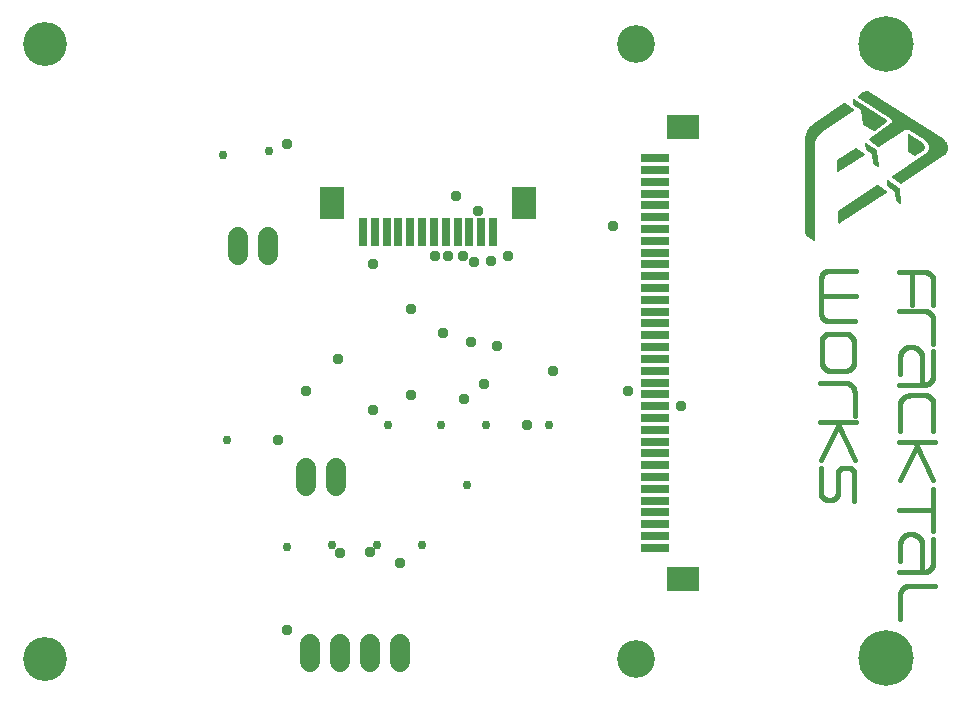
<source format=gbr>
G04 EAGLE Gerber RS-274X export*
G75*
%MOMM*%
%FSLAX34Y34*%
%LPD*%
%INSoldermask Top*%
%IPPOS*%
%AMOC8*
5,1,8,0,0,1.08239X$1,22.5*%
G01*
%ADD10C,4.703294*%
%ADD11C,3.203194*%
%ADD12C,3.712694*%
%ADD13R,2.403200X0.803200*%
%ADD14R,2.803200X2.003200*%
%ADD15C,1.727200*%
%ADD16C,0.762000*%
%ADD17C,0.406400*%
%ADD18R,0.803200X2.403200*%
%ADD19R,2.003200X2.803200*%
%ADD20C,0.959600*%

G36*
X891295Y537093D02*
X891295Y537093D01*
X891361Y537091D01*
X891384Y537100D01*
X891402Y537102D01*
X891435Y537122D01*
X891495Y537147D01*
X927309Y560769D01*
X927316Y560775D01*
X927326Y560780D01*
X928644Y561753D01*
X928665Y561777D01*
X928702Y561805D01*
X929796Y563024D01*
X929811Y563052D01*
X929842Y563086D01*
X930667Y564502D01*
X930676Y564533D01*
X930699Y564572D01*
X931220Y566125D01*
X931224Y566157D01*
X931238Y566201D01*
X931434Y567827D01*
X931431Y567859D01*
X931436Y567905D01*
X931299Y569538D01*
X931289Y569568D01*
X931285Y569614D01*
X930821Y571185D01*
X930805Y571213D01*
X930792Y571256D01*
X930020Y572702D01*
X929998Y572726D01*
X929976Y572766D01*
X928928Y574025D01*
X928902Y574044D01*
X928873Y574079D01*
X927591Y575099D01*
X927576Y575107D01*
X927560Y575122D01*
X866096Y614743D01*
X865121Y615410D01*
X865089Y615422D01*
X865046Y615450D01*
X863941Y615885D01*
X863907Y615890D01*
X863859Y615907D01*
X862686Y616085D01*
X862651Y616082D01*
X862600Y616088D01*
X861417Y616001D01*
X861384Y615990D01*
X861333Y615985D01*
X860199Y615636D01*
X860169Y615619D01*
X860121Y615602D01*
X859092Y615009D01*
X859078Y614997D01*
X859056Y614986D01*
X854230Y611430D01*
X854208Y611404D01*
X854180Y611385D01*
X854153Y611339D01*
X854118Y611298D01*
X854110Y611265D01*
X854092Y611235D01*
X854089Y611182D01*
X854076Y611130D01*
X854083Y611097D01*
X854081Y611062D01*
X854101Y611013D01*
X854113Y610961D01*
X854134Y610934D01*
X854147Y610902D01*
X854196Y610856D01*
X854221Y610825D01*
X854236Y610818D01*
X854252Y610803D01*
X882680Y592782D01*
X883145Y592395D01*
X883486Y591923D01*
X883700Y591382D01*
X883772Y590804D01*
X883700Y590226D01*
X883486Y589685D01*
X883145Y589213D01*
X882669Y588817D01*
X864136Y575108D01*
X864120Y575089D01*
X864100Y575077D01*
X864065Y575024D01*
X864024Y574976D01*
X864018Y574952D01*
X864005Y574932D01*
X863997Y574869D01*
X863982Y574808D01*
X863987Y574784D01*
X863984Y574760D01*
X864005Y574700D01*
X864019Y574638D01*
X864034Y574619D01*
X864042Y574597D01*
X864105Y574531D01*
X864127Y574503D01*
X864135Y574499D01*
X864142Y574492D01*
X872016Y568904D01*
X872075Y568880D01*
X872130Y568849D01*
X872154Y568848D01*
X872176Y568838D01*
X872240Y568843D01*
X872303Y568840D01*
X872328Y568849D01*
X872349Y568851D01*
X872382Y568870D01*
X872439Y568892D01*
X895039Y583113D01*
X895599Y583438D01*
X896182Y583620D01*
X896792Y583666D01*
X897396Y583576D01*
X897978Y583349D01*
X905247Y579106D01*
X912127Y574252D01*
X913143Y573301D01*
X913954Y572182D01*
X914538Y570930D01*
X914874Y569589D01*
X914949Y568209D01*
X914762Y566840D01*
X914318Y565532D01*
X913634Y564331D01*
X912734Y563282D01*
X911637Y562411D01*
X882697Y543625D01*
X882671Y543598D01*
X882639Y543579D01*
X882612Y543536D01*
X882577Y543500D01*
X882566Y543464D01*
X882546Y543433D01*
X882540Y543383D01*
X882525Y543335D01*
X882531Y543298D01*
X882526Y543261D01*
X882544Y543213D01*
X882551Y543164D01*
X882573Y543133D01*
X882586Y543098D01*
X882629Y543053D01*
X882651Y543022D01*
X882669Y543012D01*
X882687Y542994D01*
X891069Y537152D01*
X891130Y537128D01*
X891188Y537097D01*
X891210Y537096D01*
X891230Y537088D01*
X891295Y537093D01*
G37*
G36*
X818416Y488835D02*
X818416Y488835D01*
X818489Y488837D01*
X818502Y488844D01*
X818516Y488846D01*
X818577Y488885D01*
X818641Y488920D01*
X818649Y488932D01*
X818662Y488940D01*
X818699Y489002D01*
X818741Y489062D01*
X818744Y489077D01*
X818750Y489089D01*
X818753Y489127D01*
X818768Y489204D01*
X818768Y570971D01*
X818995Y572971D01*
X819535Y574903D01*
X820373Y576724D01*
X821490Y578389D01*
X822857Y579856D01*
X824452Y581097D01*
X852633Y599630D01*
X852660Y599658D01*
X852693Y599679D01*
X852718Y599720D01*
X852752Y599756D01*
X852764Y599793D01*
X852784Y599826D01*
X852789Y599875D01*
X852803Y599922D01*
X852797Y599960D01*
X852801Y599998D01*
X852784Y600044D01*
X852776Y600093D01*
X852753Y600124D01*
X852739Y600160D01*
X852697Y600203D01*
X852675Y600234D01*
X852656Y600244D01*
X852637Y600263D01*
X844001Y606105D01*
X843942Y606127D01*
X843887Y606157D01*
X843862Y606158D01*
X843839Y606167D01*
X843777Y606161D01*
X843713Y606163D01*
X843688Y606152D01*
X843667Y606150D01*
X843635Y606131D01*
X843579Y606108D01*
X819195Y590106D01*
X819190Y590100D01*
X819180Y590096D01*
X816904Y588441D01*
X816889Y588423D01*
X816862Y588405D01*
X814850Y586439D01*
X814837Y586418D01*
X814817Y586400D01*
X814815Y586398D01*
X814813Y586397D01*
X814525Y586018D01*
X814524Y586018D01*
X814235Y585638D01*
X813945Y585258D01*
X813945Y585257D01*
X813655Y584877D01*
X813365Y584497D01*
X813108Y584159D01*
X813098Y584137D01*
X813078Y584113D01*
X811714Y581651D01*
X811708Y581628D01*
X811691Y581601D01*
X810699Y578968D01*
X810696Y578944D01*
X810683Y578915D01*
X810083Y576166D01*
X810084Y576142D01*
X810076Y576111D01*
X809881Y573304D01*
X809883Y573292D01*
X809880Y573277D01*
X810134Y498347D01*
X810134Y498346D01*
X810134Y498345D01*
X810144Y496986D01*
X810152Y496952D01*
X810154Y496903D01*
X810459Y495578D01*
X810462Y495573D01*
X810462Y495568D01*
X810476Y495543D01*
X810487Y495499D01*
X811073Y494273D01*
X811095Y494246D01*
X811117Y494202D01*
X811957Y493133D01*
X811983Y493111D01*
X812015Y493073D01*
X813067Y492212D01*
X813084Y492204D01*
X813101Y492187D01*
X818181Y488885D01*
X818249Y488861D01*
X818316Y488831D01*
X818330Y488831D01*
X818344Y488826D01*
X818416Y488835D01*
G37*
G36*
X839432Y503931D02*
X839432Y503931D01*
X839463Y503940D01*
X839559Y503961D01*
X839873Y504094D01*
X839895Y504111D01*
X839931Y504125D01*
X880317Y530287D01*
X880348Y530320D01*
X880386Y530344D01*
X880407Y530381D01*
X880437Y530412D01*
X880451Y530455D01*
X880473Y530494D01*
X880476Y530536D01*
X880489Y530577D01*
X880482Y530622D01*
X880485Y530667D01*
X880469Y530706D01*
X880463Y530748D01*
X880437Y530785D01*
X880419Y530827D01*
X880383Y530862D01*
X880363Y530890D01*
X880340Y530902D01*
X880314Y530927D01*
X871932Y536261D01*
X871877Y536280D01*
X871826Y536307D01*
X871796Y536308D01*
X871769Y536318D01*
X871711Y536311D01*
X871653Y536313D01*
X871622Y536300D01*
X871597Y536297D01*
X871567Y536278D01*
X871519Y536258D01*
X837991Y514160D01*
X837972Y514139D01*
X837947Y514126D01*
X837913Y514077D01*
X837872Y514034D01*
X837863Y514007D01*
X837847Y513984D01*
X837832Y513905D01*
X837821Y513868D01*
X837823Y513856D01*
X837820Y513842D01*
X837820Y505206D01*
X837828Y505171D01*
X837831Y505115D01*
X837912Y504784D01*
X837927Y504756D01*
X837965Y504664D01*
X838154Y504381D01*
X838178Y504359D01*
X838244Y504286D01*
X838518Y504084D01*
X838548Y504071D01*
X838635Y504025D01*
X838962Y503928D01*
X838994Y503926D01*
X839092Y503912D01*
X839432Y503931D01*
G37*
G36*
X868731Y582051D02*
X868731Y582051D01*
X868788Y582051D01*
X868841Y582070D01*
X868897Y582080D01*
X868956Y582112D01*
X868999Y582128D01*
X869023Y582149D01*
X869062Y582169D01*
X879857Y590297D01*
X879902Y590346D01*
X879954Y590388D01*
X879978Y590428D01*
X880009Y590462D01*
X880035Y590523D01*
X880069Y590581D01*
X880077Y590626D01*
X880095Y590669D01*
X880097Y590736D01*
X880109Y590802D01*
X880101Y590847D01*
X880103Y590893D01*
X880082Y590957D01*
X880070Y591023D01*
X880047Y591063D01*
X880033Y591106D01*
X879991Y591159D01*
X879957Y591216D01*
X879917Y591251D01*
X879892Y591282D01*
X879858Y591302D01*
X879816Y591339D01*
X851876Y609119D01*
X851857Y609127D01*
X851841Y609139D01*
X851754Y609169D01*
X851668Y609204D01*
X851648Y609205D01*
X851629Y609211D01*
X851536Y609209D01*
X851444Y609212D01*
X851425Y609205D01*
X851404Y609205D01*
X851319Y609170D01*
X851231Y609141D01*
X851215Y609128D01*
X851197Y609120D01*
X851128Y609058D01*
X851056Y609000D01*
X851046Y608983D01*
X851031Y608969D01*
X850989Y608887D01*
X850941Y608807D01*
X850938Y608787D01*
X850928Y608769D01*
X850903Y608597D01*
X850901Y608586D01*
X850901Y608585D01*
X850901Y608584D01*
X850901Y604901D01*
X850901Y604899D01*
X850901Y604897D01*
X850921Y604788D01*
X850940Y604680D01*
X850941Y604678D01*
X850942Y604677D01*
X850998Y604583D01*
X851055Y604487D01*
X851056Y604486D01*
X851057Y604484D01*
X851200Y604363D01*
X857673Y600332D01*
X859160Y587934D01*
X859184Y587856D01*
X859201Y587776D01*
X859217Y587750D01*
X859226Y587720D01*
X859276Y587655D01*
X859319Y587585D01*
X859346Y587563D01*
X859362Y587542D01*
X859403Y587516D01*
X859464Y587466D01*
X868354Y582132D01*
X868407Y582112D01*
X868455Y582083D01*
X868511Y582073D01*
X868563Y582053D01*
X868620Y582052D01*
X868676Y582042D01*
X868731Y582051D01*
G37*
G36*
X837776Y547765D02*
X837776Y547765D01*
X837793Y547765D01*
X837827Y547784D01*
X837892Y547809D01*
X861260Y562287D01*
X861294Y562321D01*
X861334Y562347D01*
X861355Y562381D01*
X861383Y562409D01*
X861398Y562455D01*
X861423Y562496D01*
X861426Y562536D01*
X861438Y562573D01*
X861432Y562621D01*
X861436Y562669D01*
X861421Y562706D01*
X861415Y562745D01*
X861389Y562785D01*
X861371Y562829D01*
X861337Y562862D01*
X861319Y562889D01*
X861294Y562903D01*
X861266Y562930D01*
X853392Y568010D01*
X853337Y568029D01*
X853285Y568057D01*
X853256Y568058D01*
X853229Y568068D01*
X853170Y568061D01*
X853112Y568063D01*
X853081Y568051D01*
X853057Y568048D01*
X853027Y568028D01*
X852978Y568008D01*
X837484Y557848D01*
X837464Y557827D01*
X837439Y557814D01*
X837405Y557765D01*
X837364Y557722D01*
X837356Y557695D01*
X837339Y557672D01*
X837324Y557594D01*
X837313Y557557D01*
X837315Y557545D01*
X837312Y557530D01*
X837312Y548132D01*
X837327Y548065D01*
X837337Y547997D01*
X837347Y547982D01*
X837351Y547963D01*
X837395Y547910D01*
X837433Y547853D01*
X837450Y547844D01*
X837461Y547830D01*
X837524Y547802D01*
X837584Y547767D01*
X837602Y547766D01*
X837620Y547759D01*
X837688Y547761D01*
X837757Y547757D01*
X837776Y547765D01*
G37*
G36*
X903388Y560842D02*
X903388Y560842D01*
X903454Y560841D01*
X903498Y560857D01*
X903544Y560863D01*
X903619Y560900D01*
X903666Y560916D01*
X903684Y560932D01*
X903713Y560946D01*
X909936Y565264D01*
X909959Y565287D01*
X909996Y565311D01*
X910593Y565842D01*
X910623Y565882D01*
X910694Y565957D01*
X911147Y566615D01*
X911167Y566661D01*
X911217Y566750D01*
X911500Y567498D01*
X911509Y567547D01*
X911536Y567646D01*
X911632Y568439D01*
X911630Y568489D01*
X911632Y568592D01*
X911536Y569385D01*
X911522Y569433D01*
X911500Y569533D01*
X911217Y570281D01*
X911192Y570324D01*
X911147Y570416D01*
X910694Y571074D01*
X910658Y571110D01*
X910593Y571189D01*
X909996Y571720D01*
X909970Y571736D01*
X909940Y571764D01*
X898637Y579765D01*
X898608Y579779D01*
X898582Y579800D01*
X898507Y579826D01*
X898434Y579860D01*
X898401Y579863D01*
X898370Y579873D01*
X898290Y579872D01*
X898211Y579878D01*
X898179Y579869D01*
X898146Y579869D01*
X898072Y579839D01*
X897995Y579818D01*
X897968Y579798D01*
X897937Y579786D01*
X897878Y579733D01*
X897813Y579686D01*
X897795Y579658D01*
X897770Y579636D01*
X897733Y579566D01*
X897689Y579499D01*
X897681Y579467D01*
X897666Y579438D01*
X897651Y579341D01*
X897644Y579320D01*
X897644Y579307D01*
X897638Y579281D01*
X897639Y579268D01*
X897637Y579253D01*
X897510Y564648D01*
X897511Y564640D01*
X897510Y564632D01*
X897529Y564536D01*
X897529Y564508D01*
X897537Y564490D01*
X897548Y564426D01*
X897551Y564420D01*
X897553Y564412D01*
X897598Y564338D01*
X897614Y564300D01*
X897633Y564279D01*
X897660Y564232D01*
X897666Y564227D01*
X897670Y564221D01*
X897738Y564164D01*
X897765Y564134D01*
X897787Y564123D01*
X897814Y564100D01*
X903021Y560925D01*
X903064Y560909D01*
X903103Y560883D01*
X903168Y560868D01*
X903230Y560844D01*
X903277Y560844D01*
X903322Y560833D01*
X903388Y560842D01*
G37*
G36*
X891045Y520199D02*
X891045Y520199D01*
X891090Y520195D01*
X891155Y520214D01*
X891223Y520222D01*
X891263Y520243D01*
X891306Y520255D01*
X891361Y520295D01*
X891422Y520327D01*
X891452Y520360D01*
X891488Y520386D01*
X891526Y520443D01*
X891572Y520494D01*
X891588Y520535D01*
X891613Y520572D01*
X891629Y520639D01*
X891654Y520702D01*
X891656Y520754D01*
X891665Y520791D01*
X891660Y520831D01*
X891663Y520890D01*
X890393Y533717D01*
X890376Y533778D01*
X890368Y533842D01*
X890345Y533885D01*
X890332Y533932D01*
X890294Y533984D01*
X890264Y534041D01*
X890223Y534081D01*
X890199Y534113D01*
X890168Y534134D01*
X890129Y534171D01*
X880477Y541029D01*
X880437Y541048D01*
X880401Y541075D01*
X880336Y541096D01*
X880274Y541125D01*
X880230Y541128D01*
X880187Y541142D01*
X880119Y541138D01*
X880051Y541143D01*
X880008Y541131D01*
X879963Y541129D01*
X879900Y541102D01*
X879835Y541083D01*
X879798Y541057D01*
X879757Y541039D01*
X879708Y540992D01*
X879653Y540952D01*
X879628Y540914D01*
X879596Y540883D01*
X879566Y540822D01*
X879528Y540765D01*
X879518Y540721D01*
X879499Y540681D01*
X879489Y540598D01*
X879483Y540582D01*
X879484Y540576D01*
X879477Y540547D01*
X879480Y540524D01*
X879476Y540495D01*
X879603Y535796D01*
X879618Y535722D01*
X879625Y535646D01*
X879641Y535613D01*
X879649Y535576D01*
X879689Y535512D01*
X879721Y535444D01*
X879751Y535413D01*
X879768Y535386D01*
X879804Y535358D01*
X879852Y535309D01*
X886111Y530523D01*
X886845Y523303D01*
X886859Y523254D01*
X886860Y523233D01*
X886865Y523220D01*
X886870Y523181D01*
X886893Y523136D01*
X886907Y523087D01*
X886934Y523051D01*
X886944Y523026D01*
X886957Y523011D01*
X886973Y522981D01*
X887015Y522940D01*
X887040Y522907D01*
X887071Y522886D01*
X887074Y522883D01*
X887095Y522860D01*
X887101Y522857D01*
X887107Y522851D01*
X890663Y520311D01*
X890725Y520282D01*
X890782Y520244D01*
X890826Y520234D01*
X890866Y520215D01*
X890934Y520209D01*
X891001Y520194D01*
X891045Y520199D01*
G37*
G36*
X872270Y551696D02*
X872270Y551696D01*
X872314Y551694D01*
X872380Y551714D01*
X872447Y551725D01*
X872486Y551747D01*
X872528Y551760D01*
X872583Y551802D01*
X872642Y551836D01*
X872671Y551870D01*
X872706Y551897D01*
X872742Y551955D01*
X872787Y552008D01*
X872801Y552050D01*
X872825Y552087D01*
X872839Y552155D01*
X872862Y552219D01*
X872863Y552270D01*
X872870Y552307D01*
X872864Y552348D01*
X872865Y552407D01*
X871087Y565742D01*
X871081Y565759D01*
X871081Y565773D01*
X871067Y565808D01*
X871058Y565864D01*
X871033Y565908D01*
X871018Y565955D01*
X870979Y566005D01*
X870949Y566060D01*
X870905Y566099D01*
X870880Y566132D01*
X870848Y566151D01*
X870810Y566186D01*
X861666Y572282D01*
X861599Y572311D01*
X861537Y572348D01*
X861497Y572355D01*
X861460Y572371D01*
X861388Y572375D01*
X861316Y572388D01*
X861276Y572381D01*
X861236Y572383D01*
X861167Y572362D01*
X861095Y572349D01*
X861060Y572329D01*
X861022Y572317D01*
X860964Y572272D01*
X860901Y572236D01*
X860876Y572205D01*
X860844Y572180D01*
X860806Y572118D01*
X860760Y572062D01*
X860747Y572024D01*
X860725Y571990D01*
X860710Y571918D01*
X860687Y571850D01*
X860687Y571804D01*
X860680Y571770D01*
X860687Y571726D01*
X860686Y571662D01*
X861448Y566455D01*
X861469Y566394D01*
X861480Y566331D01*
X861504Y566289D01*
X861520Y566242D01*
X861560Y566193D01*
X861592Y566137D01*
X861635Y566099D01*
X861661Y566068D01*
X861693Y566048D01*
X861733Y566013D01*
X866817Y562745D01*
X867797Y554786D01*
X867809Y554744D01*
X867810Y554729D01*
X867818Y554709D01*
X867826Y554657D01*
X867849Y554616D01*
X867863Y554571D01*
X867886Y554541D01*
X867894Y554522D01*
X867913Y554500D01*
X867935Y554461D01*
X867976Y554424D01*
X868000Y554393D01*
X868027Y554376D01*
X868046Y554356D01*
X868059Y554349D01*
X868074Y554335D01*
X871884Y551795D01*
X871947Y551768D01*
X872006Y551732D01*
X872049Y551723D01*
X872090Y551706D01*
X872159Y551702D01*
X872226Y551689D01*
X872270Y551696D01*
G37*
D10*
X879124Y655606D03*
X879124Y135666D03*
D11*
X666774Y135536D03*
X666774Y655606D03*
D12*
X166774Y655606D03*
X166774Y135536D03*
D13*
X683230Y269310D03*
X683230Y259310D03*
X683230Y279310D03*
X683230Y249310D03*
D14*
X707230Y585310D03*
X707230Y203310D03*
D13*
X683230Y239310D03*
X683230Y229310D03*
X683230Y289310D03*
X683230Y299310D03*
X683230Y309310D03*
X683230Y319310D03*
X683230Y329310D03*
X683230Y339310D03*
X683230Y349310D03*
X683230Y359310D03*
X683230Y369310D03*
X683230Y379310D03*
X683230Y389310D03*
X683230Y399310D03*
X683230Y409310D03*
X683230Y419310D03*
X683230Y429310D03*
X683230Y439310D03*
X683230Y449310D03*
X683230Y459310D03*
X683230Y469310D03*
X683230Y479310D03*
X683230Y489310D03*
X683230Y499310D03*
X683230Y509310D03*
X683230Y519310D03*
X683230Y529310D03*
X683230Y539310D03*
X683230Y549310D03*
X683230Y559310D03*
D15*
X442062Y147576D02*
X442062Y132336D01*
X416662Y132336D02*
X416662Y147576D01*
X391262Y147576D02*
X391262Y132336D01*
X467462Y132336D02*
X467462Y147576D01*
X355219Y477012D02*
X355219Y492252D01*
X329819Y492252D02*
X329819Y477012D01*
X412750Y296545D02*
X412750Y281305D01*
X387350Y281305D02*
X387350Y296545D01*
D16*
X356616Y565023D03*
X317500Y561975D03*
X523875Y282575D03*
X320675Y320675D03*
X539750Y333375D03*
X593725Y333375D03*
X457200Y333375D03*
X501650Y333375D03*
X371856Y230251D03*
X409575Y231775D03*
X447675Y231775D03*
X485775Y231775D03*
D17*
X918718Y434848D02*
X918972Y454406D01*
X918972Y455168D01*
X918970Y455352D01*
X918963Y455536D01*
X918952Y455720D01*
X918936Y455903D01*
X918916Y456086D01*
X918892Y456269D01*
X918863Y456451D01*
X918830Y456632D01*
X918792Y456812D01*
X918751Y456992D01*
X918704Y457170D01*
X918654Y457347D01*
X918599Y457523D01*
X918540Y457697D01*
X918477Y457870D01*
X918409Y458041D01*
X918338Y458211D01*
X918262Y458379D01*
X918183Y458545D01*
X918099Y458709D01*
X918012Y458871D01*
X917920Y459031D01*
X917825Y459189D01*
X917726Y459344D01*
X917623Y459497D01*
X917517Y459647D01*
X917407Y459795D01*
X917293Y459940D01*
X917176Y460082D01*
X917056Y460221D01*
X916932Y460357D01*
X916805Y460491D01*
X916675Y460621D01*
X916541Y460748D01*
X916405Y460872D01*
X916266Y460992D01*
X916124Y461109D01*
X915979Y461223D01*
X915831Y461333D01*
X915681Y461439D01*
X915528Y461542D01*
X915373Y461641D01*
X915215Y461736D01*
X915055Y461828D01*
X914893Y461915D01*
X914729Y461999D01*
X914563Y462078D01*
X914395Y462154D01*
X914225Y462225D01*
X914054Y462293D01*
X913881Y462356D01*
X913707Y462415D01*
X913531Y462470D01*
X913354Y462520D01*
X913176Y462567D01*
X912996Y462608D01*
X912816Y462646D01*
X912635Y462679D01*
X912453Y462708D01*
X912270Y462732D01*
X912087Y462752D01*
X911904Y462768D01*
X911720Y462779D01*
X911536Y462786D01*
X911352Y462788D01*
X890016Y462788D01*
X900430Y460502D02*
X900430Y434848D01*
X918972Y421640D02*
X918972Y402082D01*
X918972Y421640D02*
X918970Y421837D01*
X918962Y422035D01*
X918950Y422231D01*
X918934Y422428D01*
X918912Y422624D01*
X918886Y422820D01*
X918855Y423015D01*
X918819Y423209D01*
X918779Y423402D01*
X918734Y423594D01*
X918684Y423785D01*
X918630Y423975D01*
X918571Y424163D01*
X918507Y424350D01*
X918439Y424535D01*
X918367Y424719D01*
X918290Y424900D01*
X918209Y425080D01*
X918123Y425258D01*
X918033Y425434D01*
X917939Y425607D01*
X917840Y425778D01*
X917738Y425947D01*
X917631Y426113D01*
X917521Y426276D01*
X917406Y426437D01*
X917288Y426595D01*
X917166Y426750D01*
X917040Y426902D01*
X916911Y427051D01*
X916778Y427196D01*
X916641Y427339D01*
X916501Y427478D01*
X916358Y427614D01*
X916211Y427746D01*
X916061Y427874D01*
X915909Y427999D01*
X915753Y428120D01*
X915594Y428238D01*
X915433Y428351D01*
X915269Y428460D01*
X915102Y428566D01*
X914932Y428667D01*
X914761Y428764D01*
X914587Y428857D01*
X914410Y428946D01*
X914232Y429031D01*
X914052Y429111D01*
X913870Y429187D01*
X913686Y429258D01*
X913500Y429325D01*
X913313Y429387D01*
X913124Y429445D01*
X912934Y429498D01*
X912743Y429546D01*
X912550Y429590D01*
X912357Y429629D01*
X912163Y429664D01*
X911967Y429693D01*
X911772Y429718D01*
X911575Y429739D01*
X911379Y429754D01*
X911182Y429765D01*
X910984Y429771D01*
X910787Y429772D01*
X910590Y429768D01*
X890016Y430022D01*
X918718Y395732D02*
X918718Y375412D01*
X918716Y375213D01*
X918708Y375015D01*
X918696Y374817D01*
X918679Y374619D01*
X918657Y374421D01*
X918631Y374224D01*
X918599Y374028D01*
X918563Y373833D01*
X918522Y373638D01*
X918477Y373445D01*
X918426Y373253D01*
X918371Y373062D01*
X918311Y372873D01*
X918247Y372685D01*
X918178Y372498D01*
X918105Y372314D01*
X918027Y372131D01*
X917944Y371950D01*
X917858Y371772D01*
X917767Y371595D01*
X917671Y371421D01*
X917572Y371249D01*
X917468Y371079D01*
X917360Y370913D01*
X917248Y370749D01*
X917132Y370587D01*
X917012Y370429D01*
X916889Y370273D01*
X916761Y370121D01*
X916630Y369972D01*
X916495Y369826D01*
X916357Y369683D01*
X916216Y369544D01*
X916070Y369408D01*
X915922Y369276D01*
X915771Y369147D01*
X915616Y369022D01*
X915459Y368901D01*
X915298Y368784D01*
X915135Y368671D01*
X914969Y368562D01*
X914800Y368457D01*
X914629Y368356D01*
X914455Y368260D01*
X914280Y368167D01*
X914101Y368079D01*
X913921Y367995D01*
X913739Y367916D01*
X913555Y367841D01*
X913369Y367771D01*
X913182Y367705D01*
X912993Y367644D01*
X912802Y367588D01*
X912611Y367536D01*
X912418Y367489D01*
X912223Y367447D01*
X912028Y367409D01*
X911833Y367376D01*
X911636Y367348D01*
X911439Y367325D01*
X911241Y367306D01*
X911043Y367293D01*
X910844Y367284D01*
X889762Y367538D01*
X890778Y376428D02*
X890778Y390652D01*
X890781Y390867D01*
X890788Y391083D01*
X890801Y391298D01*
X890820Y391513D01*
X890843Y391727D01*
X890872Y391940D01*
X890906Y392153D01*
X890945Y392365D01*
X890989Y392576D01*
X891038Y392786D01*
X891092Y392994D01*
X891151Y393201D01*
X891215Y393407D01*
X891285Y393611D01*
X891359Y393813D01*
X891438Y394014D01*
X891522Y394212D01*
X891610Y394409D01*
X891704Y394603D01*
X891802Y394795D01*
X891904Y394984D01*
X892012Y395171D01*
X892123Y395355D01*
X892240Y395537D01*
X892360Y395715D01*
X892485Y395891D01*
X892614Y396064D01*
X892747Y396233D01*
X892884Y396399D01*
X893025Y396562D01*
X893171Y396721D01*
X893320Y396877D01*
X893472Y397029D01*
X893628Y397177D01*
X893788Y397322D01*
X893952Y397462D01*
X894118Y397599D01*
X894288Y397731D01*
X894461Y397860D01*
X894637Y397984D01*
X894816Y398104D01*
X894998Y398219D01*
X895183Y398330D01*
X895370Y398437D01*
X895560Y398538D01*
X895753Y398636D01*
X895947Y398728D01*
X896144Y398816D01*
X896343Y398899D01*
X896543Y398978D01*
X896746Y399051D01*
X896950Y399119D01*
X897156Y399183D01*
X897364Y399241D01*
X897572Y399295D01*
X897782Y399343D01*
X897993Y399386D01*
X898205Y399424D01*
X898418Y399457D01*
X898632Y399485D01*
X898846Y399508D01*
X899061Y399525D01*
X899276Y399537D01*
X899492Y399544D01*
X899707Y399546D01*
X899922Y399542D01*
X900167Y399532D01*
X900411Y399516D01*
X900654Y399495D01*
X900897Y399467D01*
X901139Y399433D01*
X901380Y399394D01*
X901621Y399348D01*
X901860Y399297D01*
X902097Y399240D01*
X902334Y399177D01*
X902568Y399109D01*
X902801Y399035D01*
X903032Y398955D01*
X903261Y398869D01*
X903488Y398778D01*
X903713Y398682D01*
X903935Y398580D01*
X904154Y398472D01*
X904371Y398360D01*
X904585Y398242D01*
X904797Y398118D01*
X905005Y397990D01*
X905210Y397857D01*
X905411Y397719D01*
X905609Y397576D01*
X905804Y397428D01*
X905995Y397275D01*
X906182Y397118D01*
X906365Y396956D01*
X906545Y396790D01*
X906720Y396619D01*
X906891Y396445D01*
X907058Y396266D01*
X907220Y396083D01*
X907378Y395896D01*
X907531Y395706D01*
X907679Y395512D01*
X907823Y395314D01*
X907962Y395113D01*
X908096Y394908D01*
X908225Y394700D01*
X908348Y394490D01*
X908467Y394276D01*
X908580Y394059D01*
X908688Y393840D01*
X908791Y393618D01*
X908888Y393394D01*
X908980Y393167D01*
X909066Y392938D01*
X909066Y369316D01*
X918972Y350774D02*
X918972Y328422D01*
X918972Y350774D02*
X918970Y350967D01*
X918963Y351161D01*
X918951Y351354D01*
X918934Y351546D01*
X918913Y351739D01*
X918887Y351930D01*
X918856Y352121D01*
X918821Y352311D01*
X918781Y352501D01*
X918737Y352689D01*
X918688Y352876D01*
X918634Y353062D01*
X918576Y353246D01*
X918513Y353429D01*
X918446Y353610D01*
X918374Y353790D01*
X918298Y353968D01*
X918218Y354144D01*
X918134Y354318D01*
X918045Y354490D01*
X917952Y354659D01*
X917855Y354826D01*
X917754Y354991D01*
X917648Y355154D01*
X917539Y355313D01*
X917426Y355470D01*
X917310Y355625D01*
X917189Y355776D01*
X917065Y355924D01*
X916937Y356069D01*
X916806Y356211D01*
X916671Y356350D01*
X916533Y356486D01*
X916392Y356618D01*
X916248Y356746D01*
X916100Y356871D01*
X915949Y356993D01*
X915796Y357110D01*
X915639Y357224D01*
X915480Y357334D01*
X915319Y357440D01*
X915154Y357542D01*
X914988Y357640D01*
X914819Y357734D01*
X914647Y357824D01*
X914474Y357909D01*
X914298Y357990D01*
X914121Y358067D01*
X913942Y358140D01*
X913761Y358208D01*
X913578Y358272D01*
X913394Y358331D01*
X913208Y358386D01*
X913022Y358436D01*
X912834Y358481D01*
X912645Y358522D01*
X912455Y358559D01*
X912264Y358590D01*
X912072Y358617D01*
X911880Y358640D01*
X911688Y358657D01*
X911495Y358670D01*
X911302Y358678D01*
X911108Y358682D01*
X910915Y358681D01*
X910721Y358675D01*
X910528Y358664D01*
X910336Y358648D01*
X898906Y358394D01*
X898701Y358387D01*
X898496Y358375D01*
X898291Y358358D01*
X898087Y358336D01*
X897883Y358309D01*
X897681Y358277D01*
X897479Y358241D01*
X897278Y358199D01*
X897078Y358152D01*
X896879Y358101D01*
X896681Y358045D01*
X896485Y357984D01*
X896291Y357919D01*
X896098Y357848D01*
X895907Y357773D01*
X895717Y357694D01*
X895530Y357610D01*
X895345Y357521D01*
X895162Y357428D01*
X894981Y357331D01*
X894803Y357229D01*
X894627Y357123D01*
X894454Y357012D01*
X894284Y356898D01*
X894116Y356779D01*
X893951Y356656D01*
X893790Y356530D01*
X893631Y356399D01*
X893476Y356265D01*
X893324Y356127D01*
X893175Y355985D01*
X893030Y355840D01*
X892889Y355691D01*
X892751Y355539D01*
X892617Y355384D01*
X892486Y355225D01*
X892360Y355064D01*
X892237Y354899D01*
X892119Y354731D01*
X892004Y354561D01*
X891894Y354388D01*
X891788Y354212D01*
X891686Y354034D01*
X891589Y353853D01*
X891496Y353670D01*
X891407Y353485D01*
X891323Y353297D01*
X891244Y353108D01*
X891169Y352917D01*
X891099Y352724D01*
X891033Y352529D01*
X890972Y352333D01*
X890917Y352136D01*
X890865Y351937D01*
X890819Y351737D01*
X890778Y351536D01*
X890524Y328422D01*
X903732Y318770D02*
X919988Y318770D01*
X903732Y318770D02*
X889762Y318770D01*
X903732Y318770D02*
X918972Y286766D01*
X890270Y286766D02*
X904748Y315976D01*
X918464Y279146D02*
X918464Y243586D01*
X918718Y261112D02*
X890016Y261112D01*
X918718Y237236D02*
X918718Y216916D01*
X918716Y216717D01*
X918708Y216519D01*
X918696Y216321D01*
X918679Y216123D01*
X918657Y215925D01*
X918631Y215728D01*
X918599Y215532D01*
X918563Y215337D01*
X918522Y215142D01*
X918477Y214949D01*
X918426Y214757D01*
X918371Y214566D01*
X918311Y214377D01*
X918247Y214189D01*
X918178Y214002D01*
X918105Y213818D01*
X918027Y213635D01*
X917944Y213454D01*
X917858Y213276D01*
X917767Y213099D01*
X917671Y212925D01*
X917572Y212753D01*
X917468Y212583D01*
X917360Y212417D01*
X917248Y212253D01*
X917132Y212091D01*
X917012Y211933D01*
X916889Y211777D01*
X916761Y211625D01*
X916630Y211476D01*
X916495Y211330D01*
X916357Y211187D01*
X916216Y211048D01*
X916070Y210912D01*
X915922Y210780D01*
X915771Y210651D01*
X915616Y210526D01*
X915459Y210405D01*
X915298Y210288D01*
X915135Y210175D01*
X914969Y210066D01*
X914800Y209961D01*
X914629Y209860D01*
X914455Y209764D01*
X914280Y209671D01*
X914101Y209583D01*
X913921Y209499D01*
X913739Y209420D01*
X913555Y209345D01*
X913369Y209275D01*
X913182Y209209D01*
X912993Y209148D01*
X912802Y209092D01*
X912611Y209040D01*
X912418Y208993D01*
X912223Y208951D01*
X912028Y208913D01*
X911833Y208880D01*
X911636Y208852D01*
X911439Y208829D01*
X911241Y208810D01*
X911043Y208797D01*
X910844Y208788D01*
X889762Y209042D01*
X890778Y217932D02*
X890778Y232156D01*
X890781Y232371D01*
X890788Y232587D01*
X890801Y232802D01*
X890820Y233017D01*
X890843Y233231D01*
X890872Y233444D01*
X890906Y233657D01*
X890945Y233869D01*
X890989Y234080D01*
X891038Y234290D01*
X891092Y234498D01*
X891151Y234705D01*
X891215Y234911D01*
X891285Y235115D01*
X891359Y235317D01*
X891438Y235518D01*
X891522Y235716D01*
X891610Y235913D01*
X891704Y236107D01*
X891802Y236299D01*
X891904Y236488D01*
X892012Y236675D01*
X892123Y236859D01*
X892240Y237041D01*
X892360Y237219D01*
X892485Y237395D01*
X892614Y237568D01*
X892747Y237737D01*
X892884Y237903D01*
X893025Y238066D01*
X893171Y238225D01*
X893320Y238381D01*
X893472Y238533D01*
X893628Y238681D01*
X893788Y238826D01*
X893952Y238966D01*
X894118Y239103D01*
X894288Y239235D01*
X894461Y239364D01*
X894637Y239488D01*
X894816Y239608D01*
X894998Y239723D01*
X895183Y239834D01*
X895370Y239941D01*
X895560Y240042D01*
X895753Y240140D01*
X895947Y240232D01*
X896144Y240320D01*
X896343Y240403D01*
X896543Y240482D01*
X896746Y240555D01*
X896950Y240623D01*
X897156Y240687D01*
X897364Y240745D01*
X897572Y240799D01*
X897782Y240847D01*
X897993Y240890D01*
X898205Y240928D01*
X898418Y240961D01*
X898632Y240989D01*
X898846Y241012D01*
X899061Y241029D01*
X899276Y241041D01*
X899492Y241048D01*
X899707Y241050D01*
X899922Y241046D01*
X900167Y241036D01*
X900411Y241020D01*
X900654Y240999D01*
X900897Y240971D01*
X901139Y240937D01*
X901380Y240898D01*
X901621Y240852D01*
X901860Y240801D01*
X902097Y240744D01*
X902334Y240681D01*
X902568Y240613D01*
X902801Y240539D01*
X903032Y240459D01*
X903261Y240373D01*
X903488Y240282D01*
X903713Y240186D01*
X903935Y240084D01*
X904154Y239976D01*
X904371Y239864D01*
X904585Y239746D01*
X904797Y239622D01*
X905005Y239494D01*
X905210Y239361D01*
X905411Y239223D01*
X905609Y239080D01*
X905804Y238932D01*
X905995Y238779D01*
X906182Y238622D01*
X906365Y238460D01*
X906545Y238294D01*
X906720Y238123D01*
X906891Y237949D01*
X907058Y237770D01*
X907220Y237587D01*
X907378Y237400D01*
X907531Y237210D01*
X907679Y237016D01*
X907823Y236818D01*
X907962Y236617D01*
X908096Y236412D01*
X908225Y236204D01*
X908348Y235994D01*
X908467Y235780D01*
X908580Y235563D01*
X908688Y235344D01*
X908791Y235122D01*
X908888Y234898D01*
X908980Y234671D01*
X909066Y234442D01*
X909066Y210820D01*
X898906Y197358D02*
X920242Y197358D01*
X898906Y197358D02*
X898706Y197356D01*
X898505Y197348D01*
X898305Y197336D01*
X898106Y197319D01*
X897906Y197297D01*
X897708Y197270D01*
X897510Y197238D01*
X897313Y197201D01*
X897117Y197160D01*
X896922Y197113D01*
X896728Y197062D01*
X896535Y197006D01*
X896344Y196946D01*
X896155Y196881D01*
X895967Y196811D01*
X895781Y196736D01*
X895597Y196657D01*
X895414Y196574D01*
X895234Y196486D01*
X895056Y196394D01*
X894881Y196297D01*
X894708Y196196D01*
X894537Y196091D01*
X894369Y195982D01*
X894204Y195868D01*
X894041Y195751D01*
X893882Y195630D01*
X893725Y195504D01*
X893572Y195375D01*
X893422Y195243D01*
X893275Y195106D01*
X893131Y194966D01*
X892991Y194823D01*
X892855Y194676D01*
X892722Y194526D01*
X892593Y194372D01*
X892468Y194216D01*
X892347Y194057D01*
X892229Y193894D01*
X892116Y193729D01*
X892006Y193561D01*
X891901Y193390D01*
X891800Y193217D01*
X891704Y193041D01*
X891611Y192864D01*
X891523Y192683D01*
X891440Y192501D01*
X891361Y192317D01*
X891287Y192131D01*
X891217Y191943D01*
X891151Y191754D01*
X891091Y191562D01*
X891035Y191370D01*
X890984Y191176D01*
X890938Y190981D01*
X890896Y190785D01*
X890859Y190588D01*
X890828Y190390D01*
X890801Y190192D01*
X890778Y189992D01*
X890524Y169164D01*
X853440Y464058D02*
X830834Y464058D01*
X830667Y464056D01*
X830500Y464050D01*
X830333Y464040D01*
X830167Y464025D01*
X830000Y464007D01*
X829835Y463985D01*
X829670Y463959D01*
X829505Y463928D01*
X829342Y463894D01*
X829179Y463856D01*
X829018Y463813D01*
X828857Y463767D01*
X828698Y463717D01*
X828539Y463663D01*
X828383Y463605D01*
X828227Y463544D01*
X828073Y463478D01*
X827921Y463409D01*
X827771Y463336D01*
X827622Y463260D01*
X827475Y463180D01*
X827331Y463097D01*
X827188Y463009D01*
X827048Y462919D01*
X826909Y462825D01*
X826773Y462728D01*
X826640Y462627D01*
X826509Y462524D01*
X826380Y462417D01*
X826255Y462307D01*
X826131Y462194D01*
X826011Y462078D01*
X825894Y461959D01*
X825779Y461837D01*
X825668Y461713D01*
X825559Y461586D01*
X825454Y461456D01*
X825352Y461324D01*
X825253Y461189D01*
X825157Y461052D01*
X825065Y460912D01*
X824976Y460771D01*
X824891Y460627D01*
X824809Y460481D01*
X824731Y460334D01*
X824656Y460184D01*
X824585Y460033D01*
X824518Y459880D01*
X824454Y459725D01*
X824395Y459569D01*
X824339Y459412D01*
X824287Y459253D01*
X824239Y459093D01*
X824194Y458932D01*
X824154Y458770D01*
X824118Y458607D01*
X824085Y458443D01*
X824057Y458278D01*
X824033Y458113D01*
X824012Y457947D01*
X823996Y457780D01*
X823984Y457614D01*
X823976Y457447D01*
X823972Y457280D01*
X823971Y457113D01*
X823976Y456946D01*
X823976Y427482D01*
X823978Y427331D01*
X823984Y427179D01*
X823994Y427028D01*
X824007Y426877D01*
X824025Y426727D01*
X824046Y426577D01*
X824072Y426427D01*
X824101Y426279D01*
X824134Y426131D01*
X824171Y425984D01*
X824211Y425838D01*
X824256Y425693D01*
X824304Y425549D01*
X824356Y425407D01*
X824411Y425266D01*
X824470Y425126D01*
X824533Y424989D01*
X824599Y424852D01*
X824669Y424718D01*
X824742Y424585D01*
X824818Y424454D01*
X824898Y424326D01*
X824982Y424199D01*
X825068Y424075D01*
X825158Y423953D01*
X825250Y423833D01*
X825346Y423715D01*
X825445Y423601D01*
X825547Y423488D01*
X825652Y423379D01*
X825759Y423272D01*
X825869Y423168D01*
X825982Y423067D01*
X826097Y422969D01*
X826215Y422874D01*
X826335Y422781D01*
X826458Y422692D01*
X826583Y422607D01*
X826710Y422524D01*
X826839Y422445D01*
X826970Y422369D01*
X827104Y422297D01*
X827238Y422228D01*
X827375Y422163D01*
X827513Y422101D01*
X827653Y422042D01*
X827794Y421988D01*
X827937Y421937D01*
X828081Y421889D01*
X828226Y421846D01*
X828372Y421806D01*
X828520Y421770D01*
X828668Y421738D01*
X828816Y421710D01*
X828966Y421685D01*
X829116Y421665D01*
X829267Y421648D01*
X829418Y421635D01*
X829569Y421626D01*
X829720Y421621D01*
X829872Y421620D01*
X830023Y421623D01*
X830175Y421630D01*
X830326Y421640D01*
X852678Y421640D01*
X853186Y442976D02*
X824230Y442976D01*
X842772Y410718D02*
X845312Y410718D01*
X842772Y410718D02*
X831596Y410718D01*
X831422Y410722D01*
X831249Y410721D01*
X831076Y410717D01*
X830903Y410708D01*
X830731Y410695D01*
X830559Y410678D01*
X830387Y410657D01*
X830216Y410631D01*
X830045Y410601D01*
X829875Y410568D01*
X829706Y410530D01*
X829538Y410488D01*
X829372Y410442D01*
X829206Y410391D01*
X829041Y410337D01*
X828878Y410279D01*
X828717Y410217D01*
X828557Y410151D01*
X828398Y410081D01*
X828242Y410008D01*
X828087Y409930D01*
X827934Y409849D01*
X827783Y409764D01*
X827634Y409676D01*
X827488Y409583D01*
X827343Y409488D01*
X827202Y409389D01*
X827062Y409286D01*
X826925Y409180D01*
X826791Y409071D01*
X826659Y408958D01*
X826530Y408843D01*
X826404Y408724D01*
X826281Y408602D01*
X826161Y408478D01*
X826044Y408350D01*
X825930Y408220D01*
X825820Y408087D01*
X825712Y407951D01*
X825608Y407812D01*
X825508Y407672D01*
X825411Y407528D01*
X825317Y407383D01*
X825227Y407235D01*
X825140Y407085D01*
X825057Y406933D01*
X824978Y406779D01*
X824903Y406623D01*
X824831Y406466D01*
X824764Y406306D01*
X824700Y406145D01*
X824640Y405983D01*
X824584Y405819D01*
X824532Y405654D01*
X824484Y405488D01*
X824440Y405320D01*
X824401Y405152D01*
X824365Y404982D01*
X824334Y404812D01*
X824306Y404641D01*
X824283Y404470D01*
X824264Y404298D01*
X824249Y404125D01*
X824239Y403952D01*
X824232Y403779D01*
X824230Y403606D01*
X824230Y387350D01*
X824232Y387148D01*
X824240Y386945D01*
X824252Y386743D01*
X824269Y386542D01*
X824292Y386341D01*
X824319Y386140D01*
X824351Y385940D01*
X824387Y385741D01*
X824429Y385543D01*
X824475Y385346D01*
X824527Y385151D01*
X824583Y384956D01*
X824643Y384763D01*
X824709Y384572D01*
X824779Y384382D01*
X824853Y384194D01*
X824932Y384008D01*
X825016Y383823D01*
X825104Y383641D01*
X825197Y383461D01*
X825294Y383284D01*
X825395Y383108D01*
X825500Y382936D01*
X825610Y382766D01*
X825724Y382598D01*
X825842Y382434D01*
X825963Y382272D01*
X826089Y382114D01*
X826219Y381958D01*
X826352Y381806D01*
X826489Y381657D01*
X826629Y381511D01*
X826773Y381369D01*
X826921Y381230D01*
X827072Y381096D01*
X827226Y380964D01*
X827383Y380837D01*
X827543Y380713D01*
X827706Y380594D01*
X827872Y380478D01*
X828041Y380366D01*
X828213Y380259D01*
X828387Y380156D01*
X828563Y380057D01*
X828742Y379962D01*
X828923Y379872D01*
X829106Y379786D01*
X829292Y379705D01*
X829479Y379628D01*
X829668Y379556D01*
X829859Y379489D01*
X830051Y379426D01*
X830245Y379368D01*
X830440Y379314D01*
X830637Y379266D01*
X830834Y379222D01*
X844296Y379222D01*
X844479Y379224D01*
X844661Y379231D01*
X844844Y379242D01*
X845026Y379258D01*
X845207Y379278D01*
X845388Y379303D01*
X845569Y379332D01*
X845748Y379365D01*
X845927Y379403D01*
X846105Y379445D01*
X846281Y379492D01*
X846457Y379542D01*
X846631Y379598D01*
X846804Y379657D01*
X846975Y379721D01*
X847145Y379788D01*
X847313Y379860D01*
X847479Y379936D01*
X847643Y380016D01*
X847805Y380101D01*
X847965Y380189D01*
X848123Y380281D01*
X848279Y380376D01*
X848432Y380476D01*
X848582Y380579D01*
X848731Y380686D01*
X848876Y380797D01*
X849019Y380911D01*
X849158Y381029D01*
X849295Y381150D01*
X849429Y381274D01*
X849560Y381401D01*
X849688Y381532D01*
X849812Y381666D01*
X849933Y381803D01*
X850051Y381942D01*
X850165Y382085D01*
X850276Y382230D01*
X850383Y382378D01*
X850486Y382529D01*
X850586Y382682D01*
X850682Y382838D01*
X850774Y382995D01*
X850862Y383155D01*
X850946Y383318D01*
X851026Y383482D01*
X851103Y383648D01*
X851175Y383816D01*
X851243Y383985D01*
X851306Y384156D01*
X851366Y384329D01*
X851421Y384503D01*
X851472Y384679D01*
X851519Y384855D01*
X851561Y385033D01*
X851599Y385212D01*
X851633Y385391D01*
X851662Y385572D01*
X851662Y390144D01*
X851662Y402590D01*
X851662Y402844D02*
X851662Y390144D01*
X851662Y402844D02*
X851660Y403038D01*
X851652Y403233D01*
X851641Y403427D01*
X851624Y403621D01*
X851602Y403814D01*
X851576Y404007D01*
X851545Y404199D01*
X851510Y404390D01*
X851470Y404580D01*
X851425Y404769D01*
X851375Y404958D01*
X851321Y405144D01*
X851262Y405330D01*
X851199Y405514D01*
X851132Y405696D01*
X851059Y405877D01*
X850983Y406055D01*
X850902Y406232D01*
X850817Y406407D01*
X850727Y406580D01*
X850633Y406750D01*
X850536Y406918D01*
X850434Y407084D01*
X850328Y407247D01*
X850218Y407407D01*
X850104Y407565D01*
X849986Y407720D01*
X849865Y407872D01*
X849740Y408021D01*
X849611Y408167D01*
X849479Y408309D01*
X849343Y408448D01*
X849204Y408584D01*
X849062Y408717D01*
X848916Y408846D01*
X848767Y408971D01*
X848616Y409093D01*
X848461Y409211D01*
X848303Y409325D01*
X848143Y409435D01*
X847980Y409541D01*
X847815Y409643D01*
X847647Y409741D01*
X847476Y409835D01*
X847304Y409925D01*
X847129Y410011D01*
X846953Y410092D01*
X846774Y410169D01*
X846593Y410241D01*
X846411Y410309D01*
X846227Y410373D01*
X846042Y410432D01*
X845855Y410486D01*
X845667Y410536D01*
X845478Y410581D01*
X845288Y410622D01*
X845097Y410657D01*
X844905Y410689D01*
X844712Y410715D01*
X844519Y410737D01*
X844325Y410754D01*
X844131Y410766D01*
X843937Y410773D01*
X843742Y410776D01*
X843548Y410774D01*
X843353Y410767D01*
X843159Y410755D01*
X842965Y410739D01*
X842772Y410718D01*
X852170Y360680D02*
X852170Y340868D01*
X852170Y360680D02*
X852168Y360884D01*
X852160Y361087D01*
X852148Y361291D01*
X852131Y361493D01*
X852108Y361696D01*
X852081Y361898D01*
X852050Y362099D01*
X852013Y362299D01*
X851971Y362499D01*
X851925Y362697D01*
X851874Y362894D01*
X851818Y363090D01*
X851757Y363284D01*
X851692Y363477D01*
X851622Y363669D01*
X851547Y363858D01*
X851468Y364046D01*
X851384Y364232D01*
X851296Y364415D01*
X851204Y364597D01*
X851107Y364776D01*
X851005Y364953D01*
X850900Y365127D01*
X850790Y365298D01*
X850677Y365467D01*
X850559Y365634D01*
X850437Y365797D01*
X850311Y365957D01*
X850182Y366114D01*
X850048Y366268D01*
X849911Y366419D01*
X849771Y366566D01*
X849627Y366710D01*
X849479Y366850D01*
X849328Y366987D01*
X849174Y367120D01*
X849017Y367250D01*
X848856Y367375D01*
X848693Y367497D01*
X848526Y367614D01*
X848357Y367728D01*
X848185Y367837D01*
X848011Y367942D01*
X847834Y368043D01*
X847655Y368140D01*
X847473Y368232D01*
X847289Y368320D01*
X847104Y368403D01*
X846916Y368482D01*
X846726Y368556D01*
X846535Y368626D01*
X846342Y368691D01*
X846147Y368752D01*
X845951Y368807D01*
X845754Y368858D01*
X845556Y368904D01*
X845356Y368945D01*
X845156Y368982D01*
X844955Y369013D01*
X844753Y369040D01*
X844550Y369062D01*
X823214Y369062D01*
X836930Y335534D02*
X853186Y335534D01*
X836930Y335534D02*
X822960Y335534D01*
X836930Y335534D02*
X852170Y303530D01*
X823468Y303530D02*
X837946Y332740D01*
X851916Y291846D02*
X851662Y268986D01*
X851916Y291846D02*
X851915Y291990D01*
X851911Y292133D01*
X851903Y292277D01*
X851891Y292420D01*
X851875Y292563D01*
X851856Y292705D01*
X851832Y292847D01*
X851805Y292988D01*
X851774Y293129D01*
X851739Y293268D01*
X851700Y293406D01*
X851658Y293544D01*
X851612Y293680D01*
X851562Y293815D01*
X851509Y293948D01*
X851452Y294080D01*
X851391Y294211D01*
X851327Y294340D01*
X851260Y294467D01*
X851189Y294592D01*
X851115Y294715D01*
X851038Y294836D01*
X850957Y294955D01*
X850873Y295072D01*
X850786Y295186D01*
X850696Y295298D01*
X850603Y295408D01*
X850507Y295515D01*
X850409Y295619D01*
X850307Y295721D01*
X850203Y295820D01*
X850096Y295916D01*
X849986Y296009D01*
X849874Y296100D01*
X849760Y296187D01*
X849644Y296271D01*
X849525Y296352D01*
X849404Y296429D01*
X849281Y296504D01*
X849156Y296575D01*
X849029Y296642D01*
X848900Y296706D01*
X848770Y296767D01*
X848638Y296824D01*
X848504Y296878D01*
X848370Y296928D01*
X848234Y296974D01*
X848096Y297017D01*
X847958Y297055D01*
X847818Y297091D01*
X847678Y297122D01*
X847537Y297149D01*
X847395Y297173D01*
X847253Y297193D01*
X847110Y297209D01*
X846967Y297221D01*
X846823Y297230D01*
X846680Y297234D01*
X846536Y297235D01*
X846392Y297231D01*
X846249Y297224D01*
X846105Y297213D01*
X845962Y297198D01*
X845820Y297180D01*
X845652Y297158D01*
X845483Y297140D01*
X845313Y297125D01*
X845144Y297115D01*
X844974Y297109D01*
X844804Y297107D01*
X844634Y297109D01*
X844464Y297115D01*
X844295Y297125D01*
X844125Y297140D01*
X843956Y297158D01*
X843788Y297180D01*
X843648Y297198D01*
X843507Y297213D01*
X843367Y297223D01*
X843225Y297230D01*
X843084Y297233D01*
X842943Y297232D01*
X842802Y297227D01*
X842661Y297218D01*
X842520Y297205D01*
X842380Y297188D01*
X842240Y297168D01*
X842101Y297144D01*
X841962Y297115D01*
X841824Y297083D01*
X841688Y297047D01*
X841552Y297008D01*
X841418Y296964D01*
X841284Y296917D01*
X841153Y296867D01*
X841022Y296812D01*
X840893Y296755D01*
X840766Y296693D01*
X840640Y296628D01*
X840517Y296560D01*
X840395Y296488D01*
X840275Y296413D01*
X840158Y296335D01*
X840042Y296253D01*
X839929Y296168D01*
X839819Y296080D01*
X839710Y295989D01*
X839605Y295896D01*
X839502Y295799D01*
X839401Y295699D01*
X839304Y295597D01*
X839209Y295492D01*
X839118Y295385D01*
X839029Y295275D01*
X838943Y295162D01*
X838861Y295048D01*
X838781Y294931D01*
X838705Y294812D01*
X838633Y294690D01*
X838563Y294567D01*
X838497Y294442D01*
X838435Y294316D01*
X838376Y294187D01*
X838321Y294057D01*
X838269Y293926D01*
X838221Y293793D01*
X838176Y293659D01*
X838136Y293523D01*
X838099Y293387D01*
X838066Y293250D01*
X838036Y293111D01*
X838011Y292972D01*
X837989Y292833D01*
X837971Y292693D01*
X837957Y292552D01*
X837947Y292411D01*
X837941Y292270D01*
X837939Y292129D01*
X837941Y291987D01*
X837946Y291846D01*
X837946Y275590D01*
X837944Y275444D01*
X837938Y275299D01*
X837929Y275154D01*
X837916Y275009D01*
X837898Y274864D01*
X837877Y274720D01*
X837853Y274576D01*
X837824Y274433D01*
X837792Y274291D01*
X837756Y274150D01*
X837717Y274010D01*
X837674Y273871D01*
X837627Y273733D01*
X837576Y273596D01*
X837522Y273461D01*
X837465Y273327D01*
X837404Y273195D01*
X837339Y273065D01*
X837271Y272936D01*
X837200Y272809D01*
X837126Y272684D01*
X837048Y272560D01*
X836967Y272439D01*
X836883Y272320D01*
X836796Y272204D01*
X836705Y272089D01*
X836612Y271978D01*
X836516Y271868D01*
X836417Y271761D01*
X836316Y271657D01*
X836211Y271555D01*
X836104Y271457D01*
X835995Y271361D01*
X835883Y271268D01*
X835768Y271178D01*
X835651Y271090D01*
X835532Y271006D01*
X835411Y270926D01*
X835288Y270848D01*
X835163Y270774D01*
X835036Y270703D01*
X834907Y270635D01*
X834776Y270571D01*
X834644Y270510D01*
X834643Y270510D02*
X834446Y270425D01*
X834246Y270345D01*
X834044Y270269D01*
X833840Y270199D01*
X833635Y270134D01*
X833428Y270073D01*
X833220Y270018D01*
X833010Y269968D01*
X832800Y269922D01*
X832588Y269882D01*
X832375Y269848D01*
X832162Y269818D01*
X831948Y269794D01*
X831733Y269774D01*
X831518Y269760D01*
X831303Y269752D01*
X831088Y269748D01*
X830891Y269750D01*
X830695Y269756D01*
X830499Y269767D01*
X830303Y269782D01*
X830108Y269803D01*
X829913Y269828D01*
X829719Y269858D01*
X829526Y269892D01*
X829333Y269931D01*
X829142Y269974D01*
X828951Y270023D01*
X828762Y270075D01*
X828574Y270133D01*
X828388Y270194D01*
X828203Y270260D01*
X828020Y270331D01*
X827838Y270406D01*
X827658Y270485D01*
X827481Y270569D01*
X827305Y270657D01*
X827132Y270749D01*
X826960Y270845D01*
X826791Y270945D01*
X826625Y271049D01*
X826461Y271158D01*
X826300Y271270D01*
X826141Y271386D01*
X825986Y271505D01*
X825833Y271629D01*
X825683Y271756D01*
X825536Y271887D01*
X825393Y272021D01*
X825253Y272158D01*
X825116Y272299D01*
X824982Y272443D01*
X824852Y272590D01*
X824726Y272740D01*
X824603Y272894D01*
X824484Y273050D01*
X824413Y273149D01*
X824344Y273251D01*
X824279Y273354D01*
X824218Y273459D01*
X824159Y273567D01*
X824104Y273676D01*
X824052Y273786D01*
X824004Y273899D01*
X823959Y274012D01*
X823918Y274127D01*
X823881Y274244D01*
X823847Y274361D01*
X823817Y274479D01*
X823790Y274599D01*
X823768Y274719D01*
X823749Y274839D01*
X823733Y274960D01*
X823722Y275082D01*
X823722Y296672D01*
D18*
X506010Y497000D03*
X516010Y497000D03*
X496010Y497000D03*
X526010Y497000D03*
D19*
X410010Y521000D03*
X572010Y521000D03*
D18*
X536010Y497000D03*
X546010Y497000D03*
X486010Y497000D03*
X476010Y497000D03*
X466010Y497000D03*
X456010Y497000D03*
X446010Y497000D03*
X436010Y497000D03*
D20*
X527050Y403225D03*
X508000Y476250D03*
X538607Y368046D03*
X549275Y400050D03*
X520700Y476250D03*
X574675Y333375D03*
X558800Y476250D03*
X596900Y379310D03*
X387350Y361950D03*
X533400Y514350D03*
X544576Y472440D03*
X660400Y361950D03*
X371475Y571500D03*
X529590Y471678D03*
X514350Y527050D03*
X647700Y501650D03*
X704850Y349250D03*
X503428Y411226D03*
X496556Y476250D03*
X521208Y355473D03*
X476250Y431800D03*
X476250Y358775D03*
X444500Y469900D03*
X444500Y346075D03*
X414710Y389310D03*
X363982Y320675D03*
X371475Y159742D03*
X416662Y224688D03*
X442062Y226162D03*
X467462Y216129D03*
M02*

</source>
